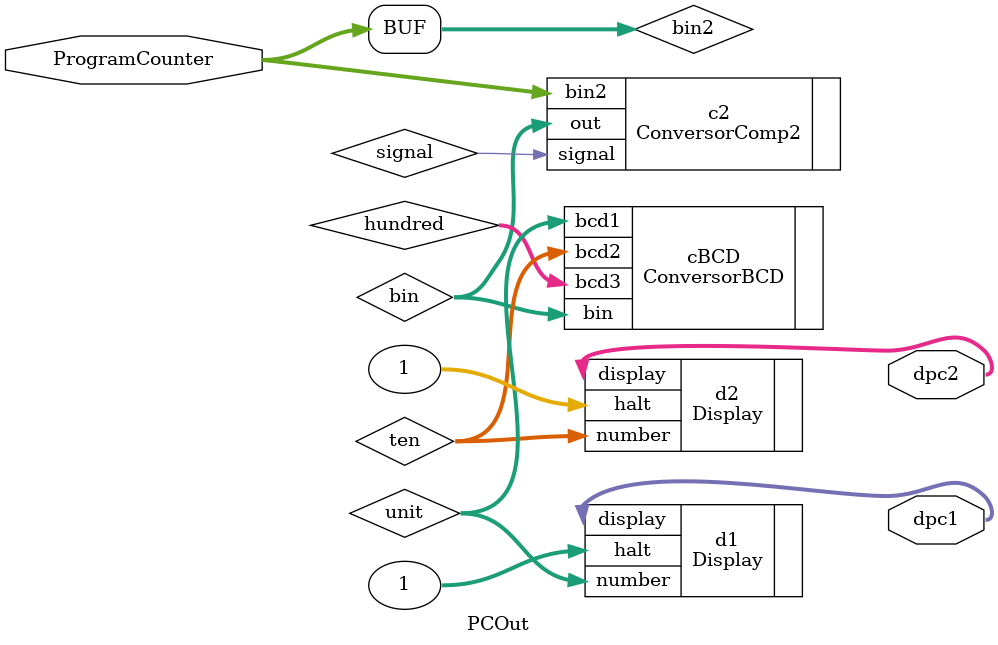
<source format=v>
module PCOut(ProgramCounter, dpc1, dpc2);
	input [8:0] ProgramCounter;
	wire [8:0] bin2;
	wire [8:0] bin;
	wire signal;
	wire [3:0] unit, ten, hundred;
	output [6:0] dpc1, dpc2;

	assign bin2 = ProgramCounter;
	//assign signal = 1'b1;

	ConversorComp2 c2(.bin2(bin2), .out(bin), .signal(signal));

	ConversorBCD cBCD(.bin(bin), .bcd1(unit), .bcd2(ten), .bcd3(hundred));

	Display d1(.number(unit), .halt(1), .display(dpc1));

	Display d2(.number(ten), .halt(1), .display(dpc2));

endmodule 
</source>
